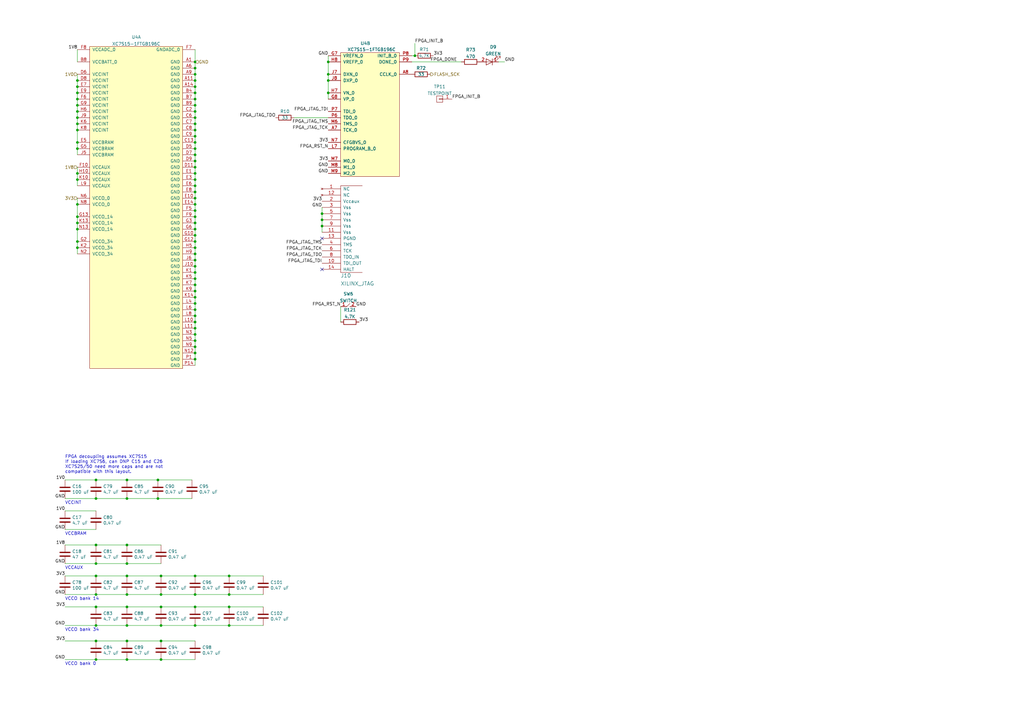
<source format=kicad_sch>
(kicad_sch (version 20211123) (generator eeschema)
  (paper "A3")
  (title_block (title "Active 10/100/1000baseT Tap") (date "2022-12-24") (rev "0.1") (company "Antikernel Labs") (comment 1 "Andrew D. Zonenberg"))
  (lib_symbols
    (symbol "conn:CONN_01X01" (pin_names (offset 1.016) hide)
      (property "Reference" "J" (at 0 2.54 0))
      (property "Value" "CONN_01X01" (at 2.54 0 90))
      (symbol "CONN_01X01_0_1"
        (rectangle (start -1.27 0.127) (end 0.254 -0.127))
        (rectangle (start -1.27 1.27) (end 1.27 -1.27))
      )
      (symbol "CONN_01X01_1_1"
        (pin passive line (at -5.08 0 0) (length 3.81) (name "P1") (number "1"))
      )
    )
    (symbol "device:C" (pin_numbers hide) (pin_names (offset 0.254))
      (property "Reference" "C" (at 0.635 2.54 0))
      (property "Value" "C" (at 0.635 -2.54 0))
      (symbol "C_0_1"
        (polyline (pts (xy -2.032 -0.762) (xy 2.032 -0.762)) (stroke (width 0.508)))
        (polyline (pts (xy -2.032 0.762) (xy 2.032 0.762)) (stroke (width 0.508)))
      )
      (symbol "C_1_1"
        (pin passive line (at 0 3.81 270) (length 2.794) (name "~") (number "1"))
        (pin passive line (at 0 -3.81 90) (length 2.794) (name "~") (number "2"))
      )
    )
    (symbol "device:LED" (pin_names (offset 1.016) hide)
      (property "Reference" "D" (at 0 2.54 0))
      (property "Value" "LED" (at 0 -2.54 0))
      (symbol "LED_0_1"
        (polyline (pts (xy -1.27 -1.27) (xy -1.27 1.27)) (stroke (width 0.2032)))
        (polyline (pts (xy -1.27 0) (xy 1.27 0)))
        (polyline (pts (xy 1.27 -1.27) (xy 1.27 1.27) (xy -1.27 0) (xy 1.27 -1.27)) (stroke (width 0.2032)))
        (polyline (pts (xy -3.048 -0.762) (xy -4.572 -2.286) (xy -3.81 -2.286) (xy -4.572 -2.286) (xy -4.572 -1.524)))
        (polyline (pts (xy -1.778 -0.762) (xy -3.302 -2.286) (xy -2.54 -2.286) (xy -3.302 -2.286) (xy -3.302 -1.524)))
      )
      (symbol "LED_1_1"
        (pin passive line (at -3.81 0 0) (length 2.54) (name "K") (number "1"))
        (pin passive line (at 3.81 0 180) (length 2.54) (name "A") (number "2"))
      )
    )
    (symbol "device:R" (pin_numbers hide) (pin_names (offset 0))
      (property "Reference" "R" (at 2.032 0 90))
      (property "Value" "R" (at 0 0 90))
      (symbol "R_0_1"
        (rectangle (start -1.016 -2.54) (end 1.016 2.54) (stroke (width 0.254)))
      )
      (symbol "R_1_1"
        (pin passive line (at 0 3.81 270) (length 1.27) (name "~") (number "1"))
        (pin passive line (at 0 -3.81 90) (length 1.27) (name "~") (number "2"))
      )
    )
    (symbol "passive-azonenberg:SWITCH"
      (property "Reference" "SW" (at 0 -1.27 0))
      (property "Value" "SWITCH" (at 0 -3.81 0))
      (symbol "SWITCH_0_1"
        (polyline (pts (xy 0 0) (xy 1.27 1.27)) (stroke (width 0.1524)))
      )
      (symbol "SWITCH_1_1"
        (pin passive line (at -2.54 0 0) (length 2.54) (name "") (number "1"))
        (pin passive line (at 3.81 0 180) (length 2.54) (name "") (number "2"))
      )
    )
    (symbol "xilinx-azonenberg:XC7Sx-FTGB196" (pin_names (offset 1.016))
      (property "Reference" "U" (at 1.27 -1.27 0))
      (property "Value" "XC7Sx-FTGB196" (at 7.62 -3.81 0))
      (symbol "XC7Sx-FTGB196_1_1"
        (rectangle (start 0 132.08) (end 38.1 0) (fill (type background)))
        (pin power_in line (at 43.18 125.73 180) (length 5.08) (name "GND") (number "A1"))
        (pin power_in line (at 43.18 118.11 180) (length 5.08) (name "GND") (number "A11"))
        (pin power_in line (at 43.18 115.57 180) (length 5.08) (name "GND") (number "A14"))
        (pin power_in line (at 43.18 123.19 180) (length 5.08) (name "GND") (number "A6"))
        (pin power_in line (at 43.18 120.65 180) (length 5.08) (name "GND") (number "A9"))
        (pin power_in line (at 43.18 113.03 180) (length 5.08) (name "GND") (number "B4"))
        (pin power_in line (at 43.18 110.49 180) (length 5.08) (name "GND") (number "B7"))
        (pin power_in line (at -5.08 125.73 0) (length 5.08) (name "VCCBATT_0") (number "B8"))
        (pin power_in line (at 43.18 107.95 180) (length 5.08) (name "GND") (number "B9"))
        (pin power_in line (at 43.18 92.71 180) (length 5.08) (name "GND") (number "C13"))
        (pin power_in line (at 43.18 105.41 180) (length 5.08) (name "GND") (number "C2"))
        (pin power_in line (at 43.18 102.87 180) (length 5.08) (name "GND") (number "C6"))
        (pin power_in line (at 43.18 100.33 180) (length 5.08) (name "GND") (number "C7"))
        (pin power_in line (at 43.18 97.79 180) (length 5.08) (name "GND") (number "C8"))
        (pin power_in line (at 43.18 95.25 180) (length 5.08) (name "GND") (number "C9"))
        (pin power_in line (at 43.18 82.55 180) (length 5.08) (name "GND") (number "D11"))
        (pin power_in line (at 43.18 90.17 180) (length 5.08) (name "GND") (number "D5"))
        (pin power_in line (at -5.08 120.65 0) (length 5.08) (name "VCCINT") (number "D6"))
        (pin power_in line (at 43.18 87.63 180) (length 5.08) (name "GND") (number "D7"))
        (pin power_in line (at -5.08 118.11 0) (length 5.08) (name "VCCINT") (number "D8"))
        (pin power_in line (at 43.18 85.09 180) (length 5.08) (name "GND") (number "D9"))
        (pin power_in line (at 43.18 80.01 180) (length 5.08) (name "GND") (number "E1"))
        (pin power_in line (at 43.18 69.85 180) (length 5.08) (name "GND") (number "E10"))
        (pin power_in line (at 43.18 67.31 180) (length 5.08) (name "GND") (number "E14"))
        (pin power_in line (at 43.18 77.47 180) (length 5.08) (name "GND") (number "E3"))
        (pin power_in line (at -5.08 92.71 0) (length 5.08) (name "VCCBRAM") (number "E5"))
        (pin power_in line (at 43.18 74.93 180) (length 5.08) (name "GND") (number "E6"))
        (pin power_in line (at -5.08 115.57 0) (length 5.08) (name "VCCINT") (number "E7"))
        (pin power_in line (at 43.18 72.39 180) (length 5.08) (name "GND") (number "E8"))
        (pin power_in line (at -5.08 113.03 0) (length 5.08) (name "VCCINT") (number "E9"))
        (pin power_in line (at -5.08 82.55 0) (length 5.08) (name "VCCAUX") (number "F10"))
        (pin power_in line (at 43.18 64.77 180) (length 5.08) (name "GND") (number "F5"))
        (pin power_in line (at -5.08 110.49 0) (length 5.08) (name "VCCINT") (number "F6"))
        (pin power_in line (at 43.18 130.81 180) (length 5.08) (name "GNDADC_0") (number "F7"))
        (pin power_in line (at -5.08 130.81 0) (length 5.08) (name "VCCADC_0") (number "F8"))
        (pin power_in line (at 43.18 62.23 180) (length 5.08) (name "GND") (number "F9"))
        (pin power_in line (at 43.18 54.61 180) (length 5.08) (name "GND") (number "G10"))
        (pin power_in line (at 43.18 52.07 180) (length 5.08) (name "GND") (number "G12"))
        (pin power_in line (at -5.08 62.23 0) (length 5.08) (name "VCCO_14") (number "G13"))
        (pin power_in line (at -5.08 52.07 0) (length 5.08) (name "VCCO_34") (number "G2"))
        (pin power_in line (at 43.18 59.69 180) (length 5.08) (name "GND") (number "G3"))
        (pin power_in line (at -5.08 90.17 0) (length 5.08) (name "VCCBRAM") (number "G5"))
        (pin power_in line (at 43.18 57.15 180) (length 5.08) (name "GND") (number "G6"))
        (pin power_in line (at -5.08 107.95 0) (length 5.08) (name "VCCINT") (number "G9"))
        (pin power_in line (at -5.08 80.01 0) (length 5.08) (name "VCCAUX") (number "H10"))
        (pin power_in line (at 43.18 49.53 180) (length 5.08) (name "GND") (number "H5"))
        (pin power_in line (at -5.08 105.41 0) (length 5.08) (name "VCCINT") (number "H6"))
        (pin power_in line (at 43.18 46.99 180) (length 5.08) (name "GND") (number "H9"))
        (pin power_in line (at 43.18 41.91 180) (length 5.08) (name "GND") (number "J10"))
        (pin power_in line (at -5.08 87.63 0) (length 5.08) (name "VCCBRAM") (number "J5"))
        (pin power_in line (at 43.18 44.45 180) (length 5.08) (name "GND") (number "J6"))
        (pin power_in line (at -5.08 102.87 0) (length 5.08) (name "VCCINT") (number "J9"))
        (pin power_in line (at 43.18 39.37 180) (length 5.08) (name "GND") (number "K1"))
        (pin power_in line (at -5.08 77.47 0) (length 5.08) (name "VCCAUX") (number "K10"))
        (pin power_in line (at -5.08 59.69 0) (length 5.08) (name "VCCO_14") (number "K13"))
        (pin power_in line (at 43.18 29.21 180) (length 5.08) (name "GND") (number "K14"))
        (pin power_in line (at -5.08 49.53 0) (length 5.08) (name "VCCO_34") (number "K2"))
        (pin power_in line (at 43.18 36.83 180) (length 5.08) (name "GND") (number "K5"))
        (pin power_in line (at -5.08 100.33 0) (length 5.08) (name "VCCINT") (number "K6"))
        (pin power_in line (at 43.18 34.29 180) (length 5.08) (name "GND") (number "K7"))
        (pin power_in line (at -5.08 97.79 0) (length 5.08) (name "VCCINT") (number "K8"))
        (pin power_in line (at 43.18 31.75 180) (length 5.08) (name "GND") (number "K9"))
        (pin power_in line (at 43.18 19.05 180) (length 5.08) (name "GND") (number "L10"))
        (pin power_in line (at 43.18 16.51 180) (length 5.08) (name "GND") (number "L11"))
        (pin power_in line (at 43.18 26.67 180) (length 5.08) (name "GND") (number "L4"))
        (pin power_in line (at 43.18 24.13 180) (length 5.08) (name "GND") (number "L6"))
        (pin power_in line (at 43.18 21.59 180) (length 5.08) (name "GND") (number "L8"))
        (pin power_in line (at -5.08 74.93 0) (length 5.08) (name "VCCAUX") (number "L9"))
        (pin power_in line (at 43.18 6.35 180) (length 5.08) (name "GND") (number "N12"))
        (pin power_in line (at -5.08 57.15 0) (length 5.08) (name "VCCO_14") (number "N13"))
        (pin power_in line (at -5.08 46.99 0) (length 5.08) (name "VCCO_34") (number "N2"))
        (pin power_in line (at 43.18 13.97 180) (length 5.08) (name "GND") (number "N3"))
        (pin power_in line (at 43.18 11.43 180) (length 5.08) (name "GND") (number "N5"))
        (pin power_in line (at -5.08 69.85 0) (length 5.08) (name "VCCO_0") (number "N6"))
        (pin power_in line (at -5.08 67.31 0) (length 5.08) (name "VCCO_0") (number "N8"))
        (pin power_in line (at 43.18 8.89 180) (length 5.08) (name "GND") (number "N9"))
        (pin power_in line (at 43.18 3.81 180) (length 5.08) (name "GND") (number "P1"))
        (pin power_in line (at 43.18 1.27 180) (length 5.08) (name "GND") (number "P14"))
      )
      (symbol "XC7Sx-FTGB196_2_1"
        (rectangle (start 0 50.8) (end 24.13 0) (fill (type background)))
        (pin input line (at -5.08 19.05 0) (length 5.08) (name "TCK_0") (number "A7"))
        (pin output line (at 29.21 41.91 180) (length 5.08) (name "CCLK_0") (number "A8"))
        (pin power_in line (at -5.08 49.53 0) (length 5.08) (name "VREFN_0") (number "G7"))
        (pin input line (at -5.08 31.75 0) (length 5.08) (name "VP_0") (number "G8"))
        (pin input line (at -5.08 34.29 0) (length 5.08) (name "VN_0") (number "H7"))
        (pin power_in line (at -5.08 46.99 0) (length 5.08) (name "VREFP_0") (number "H8"))
        (pin passive line (at -5.08 41.91 0) (length 5.08) (name "DXN_0") (number "J7"))
        (pin passive line (at -5.08 39.37 0) (length 5.08) (name "DXP_0") (number "J8"))
        (pin input line (at -5.08 11.43 0) (length 5.08) (name "PROGRAM_B_0") (number "L7"))
        (pin input line (at -5.08 21.59 0) (length 5.08) (name "TMS_0") (number "M6"))
        (pin input line (at -5.08 6.35 0) (length 5.08) (name "M0_0") (number "M7"))
        (pin input line (at -5.08 3.81 0) (length 5.08) (name "M1_0") (number "M8"))
        (pin input line (at -5.08 1.27 0) (length 5.08) (name "M2_0") (number "M9"))
        (pin input line (at -5.08 13.97 0) (length 5.08) (name "CFGBVS_0") (number "N7"))
        (pin output line (at -5.08 24.13 0) (length 5.08) (name "TDO_0") (number "P6"))
        (pin input line (at -5.08 26.67 0) (length 5.08) (name "TDI_0") (number "P7"))
        (pin output line (at 29.21 49.53 180) (length 5.08) (name "INIT_B_0") (number "P8"))
        (pin output line (at 29.21 46.99 180) (length 5.08) (name "DONE_0") (number "P9"))
      )
      (symbol "XC7Sx-FTGB196_3_1"
        (rectangle (start 0 127) (end 34.29 0) (fill (type background)))
        (pin bidirectional line (at -5.08 110.49 0) (length 5.08) (name "IO_L3N_T0_DQS_EMCCLK_14") (number "A10"))
        (pin bidirectional line (at -5.08 107.95 0) (length 5.08) (name "IO_L4P_T0_D04_14") (number "A12"))
        (pin bidirectional line (at -5.08 105.41 0) (length 5.08) (name "IO_L4N_T0_D05_14") (number "A13"))
        (pin bidirectional line (at -5.08 113.03 0) (length 5.08) (name "IO_L3P_T0_DQS_PUDC_B_14") (number "B10"))
        (pin bidirectional line (at -5.08 123.19 0) (length 5.08) (name "IO_L1P_T0_D00_MOSI_14") (number "B11"))
        (pin bidirectional line (at -5.08 120.65 0) (length 5.08) (name "IO_L1N_T0_D01_DIN_14") (number "B12"))
        (pin bidirectional line (at -5.08 102.87 0) (length 5.08) (name "IO_L5P_T0_D06_14") (number "B13"))
        (pin bidirectional line (at -5.08 100.33 0) (length 5.08) (name "IO_L5N_T0_D07_14") (number "B14"))
        (pin bidirectional line (at -5.08 115.57 0) (length 5.08) (name "IO_L2N_T0_D03_14") (number "C10"))
        (pin bidirectional line (at -5.08 97.79 0) (length 5.08) (name "IO_L6P_T0_FCS_B_14") (number "C11"))
        (pin bidirectional line (at -5.08 95.25 0) (length 5.08) (name "IO_L6N_T0_D08_VREF_14") (number "C12"))
        (pin bidirectional line (at -5.08 69.85 0) (length 5.08) (name "IO_L11N_T1_SRCC_14") (number "C14"))
        (pin bidirectional line (at -5.08 118.11 0) (length 5.08) (name "IO_L2P_T0_D02_14") (number "D10"))
        (pin bidirectional line (at -5.08 87.63 0) (length 5.08) (name "IO_L8P_T1_D11_14") (number "D12"))
        (pin bidirectional line (at -5.08 85.09 0) (length 5.08) (name "IO_L8N_T1_D12_14") (number "D13"))
        (pin bidirectional line (at -5.08 72.39 0) (length 5.08) (name "IO_L11P_T1_SRCC_14") (number "D14"))
        (pin bidirectional line (at -5.08 125.73 0) (length 5.08) (name "IO_0_14") (number "E11"))
        (pin bidirectional line (at -5.08 90.17 0) (length 5.08) (name "IO_L7N_T1_D10_14") (number "E12"))
        (pin bidirectional line (at -5.08 74.93 0) (length 5.08) (name "IO_L10N_T1_D15_14") (number "E13"))
        (pin bidirectional line (at -5.08 64.77 0) (length 5.08) (name "IO_L12N_T1_MRCC_14") (number "F11"))
        (pin bidirectional line (at -5.08 92.71 0) (length 5.08) (name "IO_L7P_T1_D09_14") (number "F12"))
        (pin bidirectional line (at -5.08 77.47 0) (length 5.08) (name "IO_L10P_T1_D14_14") (number "F13"))
        (pin bidirectional line (at -5.08 80.01 0) (length 5.08) (name "IO_L9N_T1_DQS_D13_14") (number "F14"))
        (pin bidirectional line (at -5.08 67.31 0) (length 5.08) (name "IO_L12P_T1_MRCC_14") (number "G11"))
        (pin bidirectional line (at -5.08 82.55 0) (length 5.08) (name "IO_L9P_T1_DQS_14") (number "G14"))
        (pin bidirectional line (at -5.08 62.23 0) (length 5.08) (name "IO_L13P_T2_MRCC_14") (number "H11"))
        (pin bidirectional line (at -5.08 59.69 0) (length 5.08) (name "IO_L13N_T2_MRCC_14") (number "H12"))
        (pin bidirectional line (at -5.08 57.15 0) (length 5.08) (name "IO_L14P_T2_SRCC_14") (number "H13"))
        (pin bidirectional line (at -5.08 54.61 0) (length 5.08) (name "IO_L14N_T2_SRCC_14") (number "H14"))
        (pin bidirectional line (at -5.08 41.91 0) (length 5.08) (name "IO_L17P_T2_D30_14") (number "J11"))
        (pin bidirectional line (at -5.08 39.37 0) (length 5.08) (name "IO_L17N_T2_D29_14") (number "J12"))
        (pin bidirectional line (at -5.08 36.83 0) (length 5.08) (name "IO_L18P_T2_D28_14") (number "J13"))
        (pin bidirectional line (at -5.08 34.29 0) (length 5.08) (name "IO_L18N_T2_D27_14") (number "J14"))
        (pin bidirectional line (at -5.08 31.75 0) (length 5.08) (name "IO_L19P_T3_D26_14") (number "K11"))
        (pin bidirectional line (at -5.08 29.21 0) (length 5.08) (name "IO_L19N_T3_D25_VREF_14") (number "K12"))
        (pin bidirectional line (at -5.08 46.99 0) (length 5.08) (name "IO_L16P_T2_CSI_B_14") (number "L12"))
        (pin bidirectional line (at -5.08 44.45 0) (length 5.08) (name "IO_L16N_T2_D31_14") (number "L13"))
        (pin bidirectional line (at -5.08 49.53 0) (length 5.08) (name "IO_L15N_T2_DQS_DOUT_CSO_B_14") (number "L14"))
        (pin bidirectional line (at -5.08 1.27 0) (length 5.08) (name "IO_25_14") (number "M10"))
        (pin bidirectional line (at -5.08 26.67 0) (length 5.08) (name "IO_L20P_T3_D24_14") (number "M11"))
        (pin bidirectional line (at -5.08 24.13 0) (length 5.08) (name "IO_L20N_T3_D23_14") (number "M12"))
        (pin bidirectional line (at -5.08 52.07 0) (length 5.08) (name "IO_L15P_T2_DQS_RDWR_B_14") (number "M13"))
        (pin bidirectional line (at -5.08 19.05 0) (length 5.08) (name "IO_L21N_T3_DQS_D22_14") (number "M14"))
        (pin bidirectional line (at -5.08 11.43 0) (length 5.08) (name "IO_L23P_T3_D19_14") (number "N10"))
        (pin bidirectional line (at -5.08 8.89 0) (length 5.08) (name "IO_L23N_T3_D18_14") (number "N11"))
        (pin bidirectional line (at -5.08 21.59 0) (length 5.08) (name "IO_L21P_T3_DQS_14") (number "N14"))
        (pin bidirectional line (at -5.08 6.35 0) (length 5.08) (name "IO_L24P_T3_D17_14") (number "P10"))
        (pin bidirectional line (at -5.08 3.81 0) (length 5.08) (name "IO_L24N_T3_D16_14") (number "P11"))
        (pin bidirectional line (at -5.08 16.51 0) (length 5.08) (name "IO_L22P_T3_D21_14") (number "P12"))
        (pin bidirectional line (at -5.08 13.97 0) (length 5.08) (name "IO_L22N_T3_D20_14") (number "P13"))
      )
      (symbol "XC7Sx-FTGB196_4_1"
        (rectangle (start 0 127) (end 34.29 0) (fill (type background)))
        (pin bidirectional line (at -5.08 110.49 0) (length 5.08) (name "IO_L3N_T0_DQS_34") (number "A2"))
        (pin bidirectional line (at -5.08 115.57 0) (length 5.08) (name "IO_L2N_T0_34") (number "A3"))
        (pin bidirectional line (at -5.08 118.11 0) (length 5.08) (name "IO_L2P_T0_34") (number "A4"))
        (pin bidirectional line (at -5.08 105.41 0) (length 5.08) (name "IO_L4N_T0_34") (number "A5"))
        (pin bidirectional line (at -5.08 100.33 0) (length 5.08) (name "IO_L5N_T0_34") (number "B1"))
        (pin bidirectional line (at -5.08 102.87 0) (length 5.08) (name "IO_L5P_T0_34") (number "B2"))
        (pin bidirectional line (at -5.08 113.03 0) (length 5.08) (name "IO_L3P_T0_DQS_34") (number "B3"))
        (pin bidirectional line (at -5.08 107.95 0) (length 5.08) (name "IO_L4P_T0_34") (number "B5"))
        (pin bidirectional line (at -5.08 125.73 0) (length 5.08) (name "IO_0_34") (number "B6"))
        (pin bidirectional line (at -5.08 69.85 0) (length 5.08) (name "IO_L11N_T1_SRCC_34") (number "C1"))
        (pin bidirectional line (at -5.08 120.65 0) (length 5.08) (name "IO_L1N_T0_34") (number "C3"))
        (pin bidirectional line (at -5.08 95.25 0) (length 5.08) (name "IO_L6N_T0_VREF_34") (number "C4"))
        (pin bidirectional line (at -5.08 97.79 0) (length 5.08) (name "IO_L6P_T0_34") (number "C5"))
        (pin bidirectional line (at -5.08 72.39 0) (length 5.08) (name "IO_L11P_T1_SRCC_34") (number "D1"))
        (pin bidirectional line (at -5.08 74.93 0) (length 5.08) (name "IO_L10N_T1_34") (number "D2"))
        (pin bidirectional line (at -5.08 123.19 0) (length 5.08) (name "IO_L1P_T0_34") (number "D3"))
        (pin bidirectional line (at -5.08 90.17 0) (length 5.08) (name "IO_L7N_T1_34") (number "D4"))
        (pin bidirectional line (at -5.08 77.47 0) (length 5.08) (name "IO_L10P_T1_34") (number "E2"))
        (pin bidirectional line (at -5.08 92.71 0) (length 5.08) (name "IO_L7P_T1_34") (number "E4"))
        (pin bidirectional line (at -5.08 80.01 0) (length 5.08) (name "IO_L9N_T1_DQS_34") (number "F1"))
        (pin bidirectional line (at -5.08 85.09 0) (length 5.08) (name "IO_L8N_T1_34") (number "F2"))
        (pin bidirectional line (at -5.08 87.63 0) (length 5.08) (name "IO_L8P_T1_34") (number "F3"))
        (pin bidirectional line (at -5.08 64.77 0) (length 5.08) (name "IO_L12N_T1_MRCC_34") (number "F4"))
        (pin bidirectional line (at -5.08 82.55 0) (length 5.08) (name "IO_L9P_T1_DQS_34") (number "G1"))
        (pin bidirectional line (at -5.08 67.31 0) (length 5.08) (name "IO_L12P_T1_MRCC_34") (number "G4"))
        (pin bidirectional line (at -5.08 54.61 0) (length 5.08) (name "IO_L14N_T2_SRCC_34") (number "H1"))
        (pin bidirectional line (at -5.08 57.15 0) (length 5.08) (name "IO_L14P_T2_SRCC_34") (number "H2"))
        (pin bidirectional line (at -5.08 59.69 0) (length 5.08) (name "IO_L13N_T2_MRCC_34") (number "H3"))
        (pin bidirectional line (at -5.08 62.23 0) (length 5.08) (name "IO_L13P_T2_MRCC_34") (number "H4"))
        (pin bidirectional line (at -5.08 49.53 0) (length 5.08) (name "IO_L15N_T2_DQS_34") (number "J1"))
        (pin bidirectional line (at -5.08 52.07 0) (length 5.08) (name "IO_L15P_T2_DQS_34") (number "J2"))
        (pin bidirectional line (at -5.08 39.37 0) (length 5.08) (name "IO_L17N_T2_34") (number "J3"))
        (pin bidirectional line (at -5.08 41.91 0) (length 5.08) (name "IO_L17P_T2_34") (number "J4"))
        (pin bidirectional line (at -5.08 44.45 0) (length 5.08) (name "IO_L16N_T2_34") (number "K3"))
        (pin bidirectional line (at -5.08 46.99 0) (length 5.08) (name "IO_L16P_T2_34") (number "K4"))
        (pin bidirectional line (at -5.08 34.29 0) (length 5.08) (name "IO_L18N_T2_34") (number "L1"))
        (pin bidirectional line (at -5.08 13.97 0) (length 5.08) (name "IO_L22N_T3_34") (number "L2"))
        (pin bidirectional line (at -5.08 16.51 0) (length 5.08) (name "IO_L22P_T3_34") (number "L3"))
        (pin bidirectional line (at -5.08 1.27 0) (length 5.08) (name "IO_25_34") (number "L5"))
        (pin bidirectional line (at -5.08 36.83 0) (length 5.08) (name "IO_L18P_T2_34") (number "M1"))
        (pin bidirectional line (at -5.08 29.21 0) (length 5.08) (name "IO_L19N_T3_VREF_34") (number "M2"))
        (pin bidirectional line (at -5.08 31.75 0) (length 5.08) (name "IO_L19P_T3_34") (number "M3"))
        (pin bidirectional line (at -5.08 8.89 0) (length 5.08) (name "IO_L23N_T3_34") (number "M4"))
        (pin bidirectional line (at -5.08 11.43 0) (length 5.08) (name "IO_L23P_T3_34") (number "M5"))
        (pin bidirectional line (at -5.08 24.13 0) (length 5.08) (name "IO_L20N_T3_34") (number "N1"))
        (pin bidirectional line (at -5.08 3.81 0) (length 5.08) (name "IO_L24N_T3_34") (number "N4"))
        (pin bidirectional line (at -5.08 26.67 0) (length 5.08) (name "IO_L20P_T3_34") (number "P2"))
        (pin bidirectional line (at -5.08 19.05 0) (length 5.08) (name "IO_L21N_T3_DQS_34") (number "P3"))
        (pin bidirectional line (at -5.08 21.59 0) (length 5.08) (name "IO_L21P_T3_DQS_34") (number "P4"))
        (pin bidirectional line (at -5.08 6.35 0) (length 5.08) (name "IO_L24P_T3_34") (number "P5"))
      )
    )
    (symbol "xilinx-azonenberg:XILINX_JTAG" (pin_names (offset 1.016))
      (property "Reference" "J" (at 12.7 39.37 0))
      (property "Value" "XILINX_JTAG" (at 12.7 36.83 0))
      (symbol "XILINX_JTAG_0_1"
        (polyline (pts (xy 16.51 -1.27) (xy 7.62 -1.27) (xy 7.62 34.29) (xy 16.51 34.29)))
      )
      (symbol "XILINX_JTAG_1_1"
        (pin no_connect line (at 0 33.02 0) (length 7.62) (name "NC") (number "1"))
        (pin output line (at 0 2.54 0) (length 7.62) (name "TDI_OUT") (number "10"))
        (pin power_in line (at 0 15.24 0) (length 7.62) (name "Vss") (number "11"))
        (pin no_connect line (at 0 30.48 0) (length 7.62) (name "NC") (number "12"))
        (pin bidirectional line (at 0 12.7 0) (length 7.62) (name "PGND") (number "13"))
        (pin output line (at 0 0 0) (length 7.62) (name "HALT") (number "14"))
        (pin power_in line (at 0 27.94 0) (length 7.62) (name "Vccaux") (number "2"))
        (pin power_in line (at 0 25.4 0) (length 7.62) (name "Vss") (number "3"))
        (pin output line (at 0 10.16 0) (length 7.62) (name "TMS") (number "4"))
        (pin power_in line (at 0 22.86 0) (length 7.62) (name "Vss") (number "5"))
        (pin output line (at 0 7.62 0) (length 7.62) (name "TCK") (number "6"))
        (pin power_in line (at 0 20.32 0) (length 7.62) (name "Vss") (number "7"))
        (pin input line (at 0 5.08 0) (length 7.62) (name "TDO_IN") (number "8"))
        (pin power_in line (at 0 17.78 0) (length 7.62) (name "Vss") (number "9"))
      )
    )
  )
  (junction (at 80.01 127))
  (junction (at 39.37 243.84))
  (junction (at 80.01 33.02))
  (junction (at 80.01 121.92))
  (junction (at 80.01 114.3))
  (junction (at 80.01 66.04))
  (junction (at 93.98 248.92))
  (junction (at 80.01 30.48))
  (junction (at 80.01 78.74))
  (junction (at 80.01 25.4))
  (junction (at 66.04 236.22))
  (junction (at 132.08 92.71))
  (junction (at 52.07 231.14))
  (junction (at 31.75 45.72))
  (junction (at 132.08 90.17))
  (junction (at 93.98 236.22))
  (junction (at 80.01 58.42))
  (junction (at 80.01 256.54))
  (junction (at 80.01 248.92))
  (junction (at 93.98 256.54))
  (junction (at 31.75 99.06))
  (junction (at 52.07 223.52))
  (junction (at 31.75 93.98))
  (junction (at 80.01 86.36))
  (junction (at 31.75 58.42))
  (junction (at 132.08 87.63))
  (junction (at 39.37 256.54))
  (junction (at 52.07 248.92))
  (junction (at 31.75 60.96))
  (junction (at 31.75 71.12))
  (junction (at 80.01 91.44))
  (junction (at 52.07 243.84))
  (junction (at 39.37 248.92))
  (junction (at 80.01 40.64))
  (junction (at 80.01 142.24))
  (junction (at 52.07 262.89))
  (junction (at 31.75 91.44))
  (junction (at 80.01 124.46))
  (junction (at 80.01 38.1))
  (junction (at 80.01 53.34))
  (junction (at 64.77 196.85))
  (junction (at 80.01 43.18))
  (junction (at 80.01 101.6))
  (junction (at 80.01 73.66))
  (junction (at 80.01 93.98))
  (junction (at 80.01 129.54))
  (junction (at 80.01 243.84))
  (junction (at 134.62 25.4))
  (junction (at 80.01 50.8))
  (junction (at 52.07 256.54))
  (junction (at 31.75 43.18))
  (junction (at 80.01 71.12))
  (junction (at 39.37 204.47))
  (junction (at 66.04 243.84))
  (junction (at 80.01 132.08))
  (junction (at 80.01 60.96))
  (junction (at 80.01 76.2))
  (junction (at 31.75 101.6))
  (junction (at 80.01 236.22))
  (junction (at 80.01 96.52))
  (junction (at 80.01 104.14))
  (junction (at 39.37 223.52))
  (junction (at 80.01 99.06))
  (junction (at 31.75 40.64))
  (junction (at 80.01 116.84))
  (junction (at 134.62 33.02))
  (junction (at 80.01 83.82))
  (junction (at 80.01 48.26))
  (junction (at 80.01 139.7))
  (junction (at 39.37 231.14))
  (junction (at 80.01 81.28))
  (junction (at 80.01 55.88))
  (junction (at 31.75 83.82))
  (junction (at 80.01 35.56))
  (junction (at 80.01 109.22))
  (junction (at 66.04 256.54))
  (junction (at 31.75 35.56))
  (junction (at 66.04 270.51))
  (junction (at 52.07 270.51))
  (junction (at 80.01 144.78))
  (junction (at 52.07 196.85))
  (junction (at 39.37 196.85))
  (junction (at 93.98 243.84))
  (junction (at 31.75 48.26))
  (junction (at 134.62 30.48))
  (junction (at 134.62 38.1))
  (junction (at 31.75 53.34))
  (junction (at 64.77 204.47))
  (junction (at 80.01 27.94))
  (junction (at 80.01 134.62))
  (junction (at 80.01 137.16))
  (junction (at 80.01 63.5))
  (junction (at 66.04 248.92))
  (junction (at 80.01 147.32))
  (junction (at 31.75 33.02))
  (junction (at 31.75 50.8))
  (junction (at 31.75 38.1))
  (junction (at 80.01 111.76))
  (junction (at 80.01 119.38))
  (junction (at 39.37 262.89))
  (junction (at 39.37 236.22))
  (junction (at 52.07 204.47))
  (junction (at 80.01 106.68))
  (junction (at 66.04 262.89))
  (junction (at 31.75 88.9))
  (junction (at 80.01 68.58))
  (junction (at 52.07 236.22))
  (junction (at 170.18 22.86))
  (junction (at 39.37 270.51))
  (junction (at 80.01 45.72))
  (junction (at 80.01 88.9))
  (junction (at 31.75 73.66))
  (no_connect (at 132.08 110.49))
  (no_connect (at 132.08 97.79))
  (wire (pts (xy 64.77 196.85) (xy 52.07 196.85)))
  (wire (pts (xy 134.62 30.48) (xy 134.62 33.02)))
  (wire (pts (xy 170.18 17.78) (xy 170.18 22.86)))
  (wire (pts (xy 52.07 223.52) (xy 39.37 223.52)))
  (wire (pts (xy 31.75 30.48) (xy 31.75 33.02)))
  (wire (pts (xy 80.01 58.42) (xy 80.01 60.96)))
  (wire (pts (xy 80.01 30.48) (xy 80.01 33.02)))
  (wire (pts (xy 80.01 66.04) (xy 80.01 68.58)))
  (wire (pts (xy 80.01 55.88) (xy 80.01 58.42)))
  (wire (pts (xy 31.75 33.02) (xy 31.75 35.56)))
  (wire (pts (xy 31.75 91.44) (xy 31.75 93.98)))
  (wire (pts (xy 52.07 243.84) (xy 39.37 243.84)))
  (wire (pts (xy 80.01 68.58) (xy 80.01 71.12)))
  (wire (pts (xy 66.04 236.22) (xy 52.07 236.22)))
  (wire (pts (xy 31.75 58.42) (xy 31.75 60.96)))
  (wire (pts (xy 80.01 93.98) (xy 80.01 96.52)))
  (wire (pts (xy 204.47 25.4) (xy 207.01 25.4)))
  (wire (pts (xy 80.01 121.92) (xy 80.01 124.46)))
  (wire (pts (xy 80.01 71.12) (xy 80.01 73.66)))
  (wire (pts (xy 80.01 132.08) (xy 80.01 134.62)))
  (wire (pts (xy 80.01 60.96) (xy 80.01 63.5)))
  (wire (pts (xy 39.37 236.22) (xy 26.67 236.22)))
  (wire (pts (xy 134.62 33.02) (xy 134.62 38.1)))
  (wire (pts (xy 80.01 91.44) (xy 80.01 93.98)))
  (wire (pts (xy 31.75 50.8) (xy 31.75 53.34)))
  (wire (pts (xy 80.01 27.94) (xy 80.01 30.48)))
  (wire (pts (xy 132.08 87.63) (xy 132.08 90.17)))
  (wire (pts (xy 80.01 144.78) (xy 80.01 147.32)))
  (wire (pts (xy 39.37 223.52) (xy 26.67 223.52)))
  (wire (pts (xy 80.01 256.54) (xy 66.04 256.54)))
  (wire (pts (xy 39.37 209.55) (xy 26.67 209.55)))
  (wire (pts (xy 52.07 231.14) (xy 66.04 231.14)))
  (wire (pts (xy 139.7 125.73) (xy 139.7 132.08)))
  (wire (pts (xy 80.01 96.52) (xy 80.01 99.06)))
  (wire (pts (xy 168.91 22.86) (xy 170.18 22.86)))
  (wire (pts (xy 80.01 101.6) (xy 80.01 104.14)))
  (wire (pts (xy 80.01 142.24) (xy 80.01 144.78)))
  (wire (pts (xy 80.01 86.36) (xy 80.01 88.9)))
  (wire (pts (xy 31.75 38.1) (xy 31.75 40.64)))
  (wire (pts (xy 66.04 243.84) (xy 52.07 243.84)))
  (wire (pts (xy 39.37 256.54) (xy 26.67 256.54)))
  (wire (pts (xy 80.01 119.38) (xy 80.01 121.92)))
  (wire (pts (xy 80.01 99.06) (xy 80.01 101.6)))
  (wire (pts (xy 39.37 231.14) (xy 52.07 231.14)))
  (wire (pts (xy 31.75 20.32) (xy 31.75 25.4)))
  (wire (pts (xy 31.75 73.66) (xy 31.75 76.2)))
  (wire (pts (xy 93.98 256.54) (xy 80.01 256.54)))
  (wire (pts (xy 31.75 43.18) (xy 31.75 45.72)))
  (wire (pts (xy 80.01 114.3) (xy 80.01 116.84)))
  (wire (pts (xy 80.01 243.84) (xy 66.04 243.84)))
  (wire (pts (xy 132.08 85.09) (xy 132.08 87.63)))
  (wire (pts (xy 66.04 256.54) (xy 52.07 256.54)))
  (wire (pts (xy 80.01 83.82) (xy 80.01 86.36)))
  (wire (pts (xy 132.08 90.17) (xy 132.08 92.71)))
  (wire (pts (xy 52.07 270.51) (xy 39.37 270.51)))
  (wire (pts (xy 78.74 196.85) (xy 64.77 196.85)))
  (wire (pts (xy 31.75 68.58) (xy 31.75 71.12)))
  (wire (pts (xy 31.75 99.06) (xy 31.75 101.6)))
  (wire (pts (xy 80.01 104.14) (xy 80.01 106.68)))
  (wire (pts (xy 80.01 76.2) (xy 80.01 78.74)))
  (wire (pts (xy 52.07 256.54) (xy 39.37 256.54)))
  (wire (pts (xy 80.01 262.89) (xy 66.04 262.89)))
  (wire (pts (xy 31.75 71.12) (xy 31.75 73.66)))
  (wire (pts (xy 80.01 111.76) (xy 80.01 114.3)))
  (wire (pts (xy 39.37 262.89) (xy 26.67 262.89)))
  (wire (pts (xy 93.98 236.22) (xy 80.01 236.22)))
  (wire (pts (xy 80.01 124.46) (xy 80.01 127)))
  (wire (pts (xy 80.01 236.22) (xy 66.04 236.22)))
  (wire (pts (xy 39.37 243.84) (xy 26.67 243.84)))
  (wire (pts (xy 134.62 38.1) (xy 134.62 40.64)))
  (wire (pts (xy 31.75 93.98) (xy 31.75 99.06)))
  (wire (pts (xy 39.37 196.85) (xy 26.67 196.85)))
  (wire (pts (xy 80.01 270.51) (xy 66.04 270.51)))
  (wire (pts (xy 31.75 60.96) (xy 31.75 63.5)))
  (wire (pts (xy 80.01 73.66) (xy 80.01 76.2)))
  (wire (pts (xy 64.77 204.47) (xy 78.74 204.47)))
  (wire (pts (xy 80.01 139.7) (xy 80.01 142.24)))
  (wire (pts (xy 39.37 248.92) (xy 26.67 248.92)))
  (wire (pts (xy 168.91 25.4) (xy 189.23 25.4)))
  (wire (pts (xy 107.95 256.54) (xy 93.98 256.54)))
  (wire (pts (xy 31.75 88.9) (xy 31.75 91.44)))
  (wire (pts (xy 26.67 270.51) (xy 39.37 270.51)))
  (wire (pts (xy 80.01 134.62) (xy 80.01 137.16)))
  (wire (pts (xy 80.01 48.26) (xy 80.01 50.8)))
  (wire (pts (xy 80.01 137.16) (xy 80.01 139.7)))
  (wire (pts (xy 80.01 106.68) (xy 80.01 109.22)))
  (wire (pts (xy 134.62 25.4) (xy 134.62 30.48)))
  (wire (pts (xy 93.98 243.84) (xy 80.01 243.84)))
  (wire (pts (xy 80.01 116.84) (xy 80.01 119.38)))
  (wire (pts (xy 80.01 129.54) (xy 80.01 132.08)))
  (wire (pts (xy 132.08 92.71) (xy 132.08 95.25)))
  (wire (pts (xy 26.67 217.17) (xy 39.37 217.17)))
  (wire (pts (xy 66.04 223.52) (xy 52.07 223.52)))
  (wire (pts (xy 93.98 248.92) (xy 80.01 248.92)))
  (wire (pts (xy 26.67 204.47) (xy 39.37 204.47)))
  (wire (pts (xy 66.04 248.92) (xy 52.07 248.92)))
  (wire (pts (xy 31.75 45.72) (xy 31.75 48.26)))
  (wire (pts (xy 80.01 20.32) (xy 80.01 25.4)))
  (wire (pts (xy 31.75 53.34) (xy 31.75 58.42)))
  (wire (pts (xy 80.01 88.9) (xy 80.01 91.44)))
  (wire (pts (xy 80.01 33.02) (xy 80.01 35.56)))
  (wire (pts (xy 31.75 48.26) (xy 31.75 50.8)))
  (wire (pts (xy 31.75 83.82) (xy 31.75 88.9)))
  (wire (pts (xy 120.65 48.26) (xy 134.62 48.26)))
  (wire (pts (xy 80.01 248.92) (xy 66.04 248.92)))
  (wire (pts (xy 52.07 196.85) (xy 39.37 196.85)))
  (wire (pts (xy 31.75 40.64) (xy 31.75 43.18)))
  (wire (pts (xy 80.01 25.4) (xy 80.01 27.94)))
  (wire (pts (xy 52.07 236.22) (xy 39.37 236.22)))
  (wire (pts (xy 52.07 248.92) (xy 39.37 248.92)))
  (wire (pts (xy 80.01 78.74) (xy 80.01 81.28)))
  (wire (pts (xy 31.75 101.6) (xy 31.75 104.14)))
  (wire (pts (xy 80.01 35.56) (xy 80.01 38.1)))
  (wire (pts (xy 31.75 35.56) (xy 31.75 38.1)))
  (wire (pts (xy 66.04 270.51) (xy 52.07 270.51)))
  (wire (pts (xy 80.01 50.8) (xy 80.01 53.34)))
  (wire (pts (xy 80.01 45.72) (xy 80.01 48.26)))
  (wire (pts (xy 39.37 204.47) (xy 52.07 204.47)))
  (wire (pts (xy 80.01 127) (xy 80.01 129.54)))
  (wire (pts (xy 80.01 81.28) (xy 80.01 83.82)))
  (wire (pts (xy 80.01 43.18) (xy 80.01 45.72)))
  (wire (pts (xy 80.01 40.64) (xy 80.01 43.18)))
  (wire (pts (xy 31.75 81.28) (xy 31.75 83.82)))
  (wire (pts (xy 26.67 231.14) (xy 39.37 231.14)))
  (wire (pts (xy 80.01 147.32) (xy 80.01 149.86)))
  (wire (pts (xy 134.62 22.86) (xy 134.62 25.4)))
  (wire (pts (xy 52.07 204.47) (xy 64.77 204.47)))
  (wire (pts (xy 66.04 262.89) (xy 52.07 262.89)))
  (wire (pts (xy 52.07 262.89) (xy 39.37 262.89)))
  (wire (pts (xy 80.01 38.1) (xy 80.01 40.64)))
  (wire (pts (xy 107.95 248.92) (xy 93.98 248.92)))
  (wire (pts (xy 80.01 53.34) (xy 80.01 55.88)))
  (wire (pts (xy 80.01 63.5) (xy 80.01 66.04)))
  (wire (pts (xy 107.95 236.22) (xy 93.98 236.22)))
  (wire (pts (xy 107.95 243.84) (xy 93.98 243.84)))
  (wire (pts (xy 80.01 109.22) (xy 80.01 111.76)))
  (text "VCCINT" (at 26.67 207.01 0) (effects (font (size 1.27 1.27)) (justify left bottom)))
  (text "VCCO bank 0" (at 26.67 273.05 0) (effects (font (size 1.27 1.27)) (justify left bottom)))
  (text "VCCO bank 34" (at 26.67 259.08 0) (effects (font (size 1.27 1.27)) (justify left bottom)))
  (text "VCCO bank 14" (at 26.67 246.38 0) (effects (font (size 1.27 1.27)) (justify left bottom)))
  (text "FPGA decoupling assumes XC7S15\nIf loading XC7S6, can DNP C15 and C26\nXC7S25/50 need more caps and are not\ncompatible with this layout." (at 26.67 194.31 0) (effects (font (size 1.27 1.27)) (justify left bottom)))
  (text "VCCAUX" (at 26.67 233.68 0) (effects (font (size 1.27 1.27)) (justify left bottom)))
  (text "VCCBRAM" (at 26.67 219.71 0) (effects (font (size 1.27 1.27)) (justify left bottom)))
  (label "3V3" (at 147.32 132.08 0))
  (label "3V3" (at 177.8 22.86 0))
  (label "GND" (at 26.67 270.51 180))
  (label "1V8" (at 26.67 223.52 180))
  (label "3V3" (at 26.67 248.92 180))
  (label "FPGA_INIT_B" (at 170.18 17.78 0))
  (label "3V3" (at 134.62 66.04 180))
  (label "1V0" (at 26.67 209.55 180))
  (label "3V3" (at 134.62 58.42 180))
  (label "1V8" (at 31.75 20.32 180))
  (label "GND" (at 26.67 243.84 180))
  (label "FPGA_JTAG_TDI" (at 134.62 45.72 180))
  (label "3V3" (at 26.67 236.22 180))
  (label "FPGA_RST_N" (at 139.7 125.73 180))
  (label "GND" (at 207.01 25.4 0))
  (label "GND" (at 26.67 204.47 180))
  (label "GND" (at 26.67 231.14 180))
  (label "FPGA_JTAG_TMS" (at 134.62 50.8 180))
  (label "1V0" (at 26.67 196.85 180))
  (label "FPGA_JTAG_TDO" (at 132.08 105.41 180))
  (label "FPGA_JTAG_TDI" (at 132.08 107.95 180))
  (label "GND" (at 146.05 125.73 0))
  (label "GND" (at 134.62 68.58 180))
  (label "GND" (at 134.62 22.86 180))
  (label "FPGA_JTAG_TDO" (at 113.03 48.26 180))
  (label "GND" (at 132.08 85.09 180))
  (label "FPGA_JTAG_TMS" (at 132.08 100.33 180))
  (label "FPGA_DONE" (at 176.53 25.4 0))
  (label "3V3" (at 26.67 262.89 180))
  (label "FPGA_RST_N" (at 134.62 60.96 180))
  (label "3V3" (at 132.08 82.55 180))
  (label "FPGA_INIT_B" (at 185.42 40.64 0))
  (label "FPGA_JTAG_TCK" (at 134.62 53.34 180))
  (label "GND" (at 26.67 217.17 180))
  (label "FPGA_JTAG_TCK" (at 132.08 102.87 180))
  (label "GND" (at 134.62 71.12 180))
  (label "GND" (at 26.67 256.54 180))
  (hierarchical_label "3V3" (shape input) (at 31.75 81.28 180))
  (hierarchical_label "1V0" (shape input) (at 31.75 30.48 180))
  (hierarchical_label "FLASH_SCK" (shape output) (at 176.53 30.48 0))
  (hierarchical_label "1V8" (shape input) (at 31.75 68.58 180))
  (hierarchical_label "GND" (shape input) (at 80.01 25.4 0))
  (symbol (lib_id "device:C") (at 26.67 200.66 0) (unit 1)
    (property "Reference" "C16" (at 29.591 199.4916 0) (effects (justify left)))
    (property "Value" "100 uF" (at 29.591 201.803 0) (effects (justify left)))
    (property "Footprint" "azonenberg_pcb:EIA_1210_CAP_NOSILK" (effects hide))
  )
  (symbol (lib_id "xilinx-azonenberg:XC7Sx-FTGB196") (at 139.7 72.39 0) (unit 2)
    (property "Reference" "U4" (at 149.86 17.78 0))
    (property "Value" "XC7S15-1FTGB196C" (at 152.4 20.32 0))
    (property "Footprint" "azonenberg_pcb:BGA_196_15x15_FULLARRAY_1MM_FTGB196" (effects hide))
  )
  (symbol (lib_id "device:C") (at 93.98 240.03 0) (unit 1)
    (property "Reference" "C99" (at 96.901 238.8616 0) (effects (justify left)))
    (property "Value" "0.47 uF" (at 96.901 241.173 0) (effects (justify left)))
    (property "Footprint" "azonenberg_pcb:EIA_0402_CAP_NOSILK" (effects hide))
  )
  (symbol (lib_id "device:C") (at 52.07 227.33 0) (unit 1)
    (property "Reference" "C86" (at 54.991 226.1616 0) (effects (justify left)))
    (property "Value" "0.47 uF" (at 54.991 228.473 0) (effects (justify left)))
    (property "Footprint" "azonenberg_pcb:EIA_0402_CAP_NOSILK" (effects hide))
  )
  (symbol (lib_id "device:C") (at 26.67 213.36 0) (unit 1)
    (property "Reference" "C17" (at 29.591 212.1916 0) (effects (justify left)))
    (property "Value" "4.7 uF" (at 29.591 214.503 0) (effects (justify left)))
    (property "Footprint" "azonenberg_pcb:EIA_0603_CAP_NOSILK" (effects hide))
  )
  (symbol (lib_id "device:C") (at 78.74 200.66 0) (unit 1)
    (property "Reference" "C95" (at 81.661 199.4916 0) (effects (justify left)))
    (property "Value" "0.47 uF" (at 81.661 201.803 0) (effects (justify left)))
    (property "Footprint" "azonenberg_pcb:EIA_0402_CAP_NOSILK" (effects hide))
  )
  (symbol (lib_id "device:C") (at 39.37 266.7 0) (unit 1)
    (property "Reference" "C84" (at 42.291 265.5316 0) (effects (justify left)))
    (property "Value" "4.7 uF" (at 42.291 267.843 0) (effects (justify left)))
    (property "Footprint" "azonenberg_pcb:EIA_0603_CAP_NOSILK" (effects hide))
  )
  (symbol (lib_id "device:R") (at 172.72 30.48 90) (unit 1)
    (property "Reference" "R72" (at 172.72 27.94 90))
    (property "Value" "33" (at 172.72 30.48 90))
    (property "Footprint" "azonenberg_pcb:EIA_0402_RES_NOSILK" (effects hide))
  )
  (symbol (lib_id "device:C") (at 80.01 266.7 0) (unit 1)
    (property "Reference" "C98" (at 82.931 265.5316 0) (effects (justify left)))
    (property "Value" "0.47 uF" (at 82.931 267.843 0) (effects (justify left)))
    (property "Footprint" "azonenberg_pcb:EIA_0402_CAP_NOSILK" (effects hide))
  )
  (symbol (lib_id "device:C") (at 39.37 200.66 0) (unit 1)
    (property "Reference" "C79" (at 42.291 199.4916 0) (effects (justify left)))
    (property "Value" "4.7 uF" (at 42.291 201.803 0) (effects (justify left)))
    (property "Footprint" "azonenberg_pcb:EIA_0603_CAP_NOSILK" (effects hide))
  )
  (symbol (lib_id "device:R") (at 173.99 22.86 90) (unit 1)
    (property "Reference" "R71" (at 173.99 20.32 90))
    (property "Value" "4.7K" (at 173.99 22.86 90))
    (property "Footprint" "azonenberg_pcb:EIA_0402_RES_NOSILK" (effects hide))
  )
  (symbol (lib_id "device:R") (at 116.84 48.26 90) (unit 1)
    (property "Reference" "R10" (at 116.84 45.72 90))
    (property "Value" "33" (at 116.84 48.26 90))
    (property "Footprint" "azonenberg_pcb:EIA_0402_RES_NOSILK" (effects hide))
  )
  (symbol (lib_id "passive-azonenberg:SWITCH") (at 142.24 125.73 0) (unit 1)
    (property "Reference" "SW6" (at 142.875 120.5443 0))
    (property "Value" "SWITCH" (at 142.875 123.3194 0))
    (property "Footprint" "azonenberg_pcb:SWITCH_RAFI_MICON_5" (effects hide))
  )
  (symbol (lib_id "device:C") (at 26.67 227.33 0) (unit 1)
    (property "Reference" "C18" (at 29.591 226.1616 0) (effects (justify left)))
    (property "Value" "47 uF" (at 29.591 228.473 0) (effects (justify left)))
    (property "Footprint" "azonenberg_pcb:EIA_1206_CAP_NOSILK" (effects hide))
  )
  (symbol (lib_id "device:C") (at 66.04 252.73 0) (unit 1)
    (property "Reference" "C93" (at 68.961 251.5616 0) (effects (justify left)))
    (property "Value" "0.47 uF" (at 68.961 253.873 0) (effects (justify left)))
    (property "Footprint" "azonenberg_pcb:EIA_0402_CAP_NOSILK" (effects hide))
  )
  (symbol (lib_id "device:C") (at 52.07 252.73 0) (unit 1)
    (property "Reference" "C88" (at 54.991 251.5616 0) (effects (justify left)))
    (property "Value" "4.7 uF" (at 54.991 253.873 0) (effects (justify left)))
    (property "Footprint" "azonenberg_pcb:EIA_0603_CAP_NOSILK" (effects hide))
  )
  (symbol (lib_id "xilinx-azonenberg:XC7Sx-FTGB196") (at 36.83 151.13 0) (unit 1)
    (property "Reference" "U4" (at 55.88 15.2105 0))
    (property "Value" "XC7S15-1FTGB196C" (at 55.88 17.9856 0))
    (property "Footprint" "azonenberg_pcb:BGA_196_15x15_FULLARRAY_1MM_FTGB196" (effects hide))
  )
  (symbol (lib_id "device:C") (at 66.04 240.03 0) (unit 1)
    (property "Reference" "C92" (at 68.961 238.8616 0) (effects (justify left)))
    (property "Value" "0.47 uF" (at 68.961 241.173 0) (effects (justify left)))
    (property "Footprint" "azonenberg_pcb:EIA_0402_CAP_NOSILK" (effects hide))
  )
  (symbol (lib_id "device:C") (at 107.95 240.03 0) (unit 1)
    (property "Reference" "C101" (at 110.871 238.8616 0) (effects (justify left)))
    (property "Value" "0.47 uF" (at 110.871 241.173 0) (effects (justify left)))
    (property "Footprint" "azonenberg_pcb:EIA_0402_CAP_NOSILK" (effects hide))
  )
  (symbol (lib_id "device:C") (at 26.67 240.03 0) (unit 1)
    (property "Reference" "C78" (at 29.591 238.8616 0) (effects (justify left)))
    (property "Value" "100 uF" (at 29.591 241.173 0) (effects (justify left)))
    (property "Footprint" "azonenberg_pcb:EIA_1206_CAP_NOSILK" (effects hide))
  )
  (symbol (lib_id "device:C") (at 39.37 252.73 0) (unit 1)
    (property "Reference" "C83" (at 42.291 251.5616 0) (effects (justify left)))
    (property "Value" "4.7 uF" (at 42.291 253.873 0) (effects (justify left)))
    (property "Footprint" "azonenberg_pcb:EIA_0603_CAP_NOSILK" (effects hide))
  )
  (symbol (lib_id "device:C") (at 93.98 252.73 0) (unit 1)
    (property "Reference" "C100" (at 96.901 251.5616 0) (effects (justify left)))
    (property "Value" "0.47 uF" (at 96.901 253.873 0) (effects (justify left)))
    (property "Footprint" "azonenberg_pcb:EIA_0402_CAP_NOSILK" (effects hide))
  )
  (symbol (lib_id "device:C") (at 52.07 266.7 0) (unit 1)
    (property "Reference" "C89" (at 54.991 265.5316 0) (effects (justify left)))
    (property "Value" "4.7 uF" (at 54.991 267.843 0) (effects (justify left)))
    (property "Footprint" "azonenberg_pcb:EIA_0603_CAP_NOSILK" (effects hide))
  )
  (symbol (lib_id "conn:CONN_01X01") (at 180.34 40.64 180) (unit 1)
    (property "Reference" "TP11" (at 180.34 35.5305 0))
    (property "Value" "TESTPOINT" (at 180.34 38.3056 0))
    (property "Footprint" "azonenberg_pcb:TESTPOINT_SMT_0.5MM" (effects hide))
  )
  (symbol (lib_id "device:R") (at 193.04 25.4 90) (unit 1)
    (property "Reference" "R73" (at 193.04 20.4175 90))
    (property "Value" "470" (at 193.04 23.1926 90))
    (property "Footprint" "azonenberg_pcb:EIA_0402_RES_NOSILK" (effects hide))
  )
  (symbol (lib_id "device:C") (at 66.04 266.7 0) (unit 1)
    (property "Reference" "C94" (at 68.961 265.5316 0) (effects (justify left)))
    (property "Value" "0.47 uF" (at 68.961 267.843 0) (effects (justify left)))
    (property "Footprint" "azonenberg_pcb:EIA_0402_CAP_NOSILK" (effects hide))
  )
  (symbol (lib_id "device:C") (at 64.77 200.66 0) (unit 1)
    (property "Reference" "C90" (at 67.691 199.4916 0) (effects (justify left)))
    (property "Value" "0.47 uF" (at 67.691 201.803 0) (effects (justify left)))
    (property "Footprint" "azonenberg_pcb:EIA_0402_CAP_NOSILK" (effects hide))
  )
  (symbol (lib_id "device:C") (at 80.01 240.03 0) (unit 1)
    (property "Reference" "C96" (at 82.931 238.8616 0) (effects (justify left)))
    (property "Value" "0.47 uF" (at 82.931 241.173 0) (effects (justify left)))
    (property "Footprint" "azonenberg_pcb:EIA_0402_CAP_NOSILK" (effects hide))
  )
  (symbol (lib_id "device:C") (at 39.37 213.36 0) (unit 1)
    (property "Reference" "C80" (at 42.291 212.1916 0) (effects (justify left)))
    (property "Value" "0.47 uF" (at 42.291 214.503 0) (effects (justify left)))
    (property "Footprint" "azonenberg_pcb:EIA_0402_CAP_NOSILK" (effects hide))
  )
  (symbol (lib_id "xilinx-azonenberg:XILINX_JTAG") (at 132.08 110.49 0) (unit 1)
    (property "Reference" "J10" (at 139.7 113.03 0) (effects (font (size 1.524 1.524)) (justify left)))
    (property "Value" "XILINX_JTAG" (at 139.7 116.309 0) (effects (font (size 1.524 1.524)) (justify left)))
    (property "Footprint" "azonenberg_pcb:XILINX_JTAG_PTH_MOLEX_0878311420" (effects hide))
  )
  (symbol (lib_id "device:C") (at 39.37 227.33 0) (unit 1)
    (property "Reference" "C81" (at 42.291 226.1616 0) (effects (justify left)))
    (property "Value" "4.7 uF" (at 42.291 228.473 0) (effects (justify left)))
    (property "Footprint" "azonenberg_pcb:EIA_0603_CAP_NOSILK" (effects hide))
  )
  (symbol (lib_id "device:C") (at 80.01 252.73 0) (unit 1)
    (property "Reference" "C97" (at 82.931 251.5616 0) (effects (justify left)))
    (property "Value" "0.47 uF" (at 82.931 253.873 0) (effects (justify left)))
    (property "Footprint" "azonenberg_pcb:EIA_0402_CAP_NOSILK" (effects hide))
  )
  (symbol (lib_id "device:C") (at 52.07 200.66 0) (unit 1)
    (property "Reference" "C85" (at 54.991 199.4916 0) (effects (justify left)))
    (property "Value" "4.7 uF" (at 54.991 201.803 0) (effects (justify left)))
    (property "Footprint" "azonenberg_pcb:EIA_0603_CAP_NOSILK" (effects hide))
  )
  (symbol (lib_id "device:LED") (at 200.66 25.4 180) (unit 1)
    (property "Reference" "D9" (at 202.2602 19.2745 0))
    (property "Value" "GREEN" (at 202.2602 22.0496 0))
    (property "Footprint" "azonenberg_pcb:EIA_0603_LED" (effects hide))
  )
  (symbol (lib_id "device:R") (at 143.51 132.08 90) (unit 1)
    (property "Reference" "R121" (at 143.51 127.0975 90))
    (property "Value" "4.7K" (at 143.51 129.8726 90))
    (property "Footprint" "azonenberg_pcb:EIA_0402_RES_NOSILK" (effects hide))
  )
  (symbol (lib_id "device:C") (at 66.04 227.33 0) (unit 1)
    (property "Reference" "C91" (at 68.961 226.1616 0) (effects (justify left)))
    (property "Value" "0.47 uF" (at 68.961 228.473 0) (effects (justify left)))
    (property "Footprint" "azonenberg_pcb:EIA_0402_CAP_NOSILK" (effects hide))
  )
  (symbol (lib_id "device:C") (at 52.07 240.03 0) (unit 1)
    (property "Reference" "C87" (at 54.991 238.8616 0) (effects (justify left)))
    (property "Value" "4.7 uF" (at 54.991 241.173 0) (effects (justify left)))
    (property "Footprint" "azonenberg_pcb:EIA_0603_CAP_NOSILK" (effects hide))
  )
  (symbol (lib_id "device:C") (at 107.95 252.73 0) (unit 1)
    (property "Reference" "C102" (at 110.871 251.5616 0) (effects (justify left)))
    (property "Value" "0.47 uF" (at 110.871 253.873 0) (effects (justify left)))
    (property "Footprint" "azonenberg_pcb:EIA_0402_CAP_NOSILK" (effects hide))
  )
  (symbol (lib_id "device:C") (at 39.37 240.03 0) (unit 1)
    (property "Reference" "C82" (at 42.291 238.8616 0) (effects (justify left)))
    (property "Value" "4.7 uF" (at 42.291 241.173 0) (effects (justify left)))
    (property "Footprint" "azonenberg_pcb:EIA_0603_CAP_NOSILK" (effects hide))
  )
)
</source>
